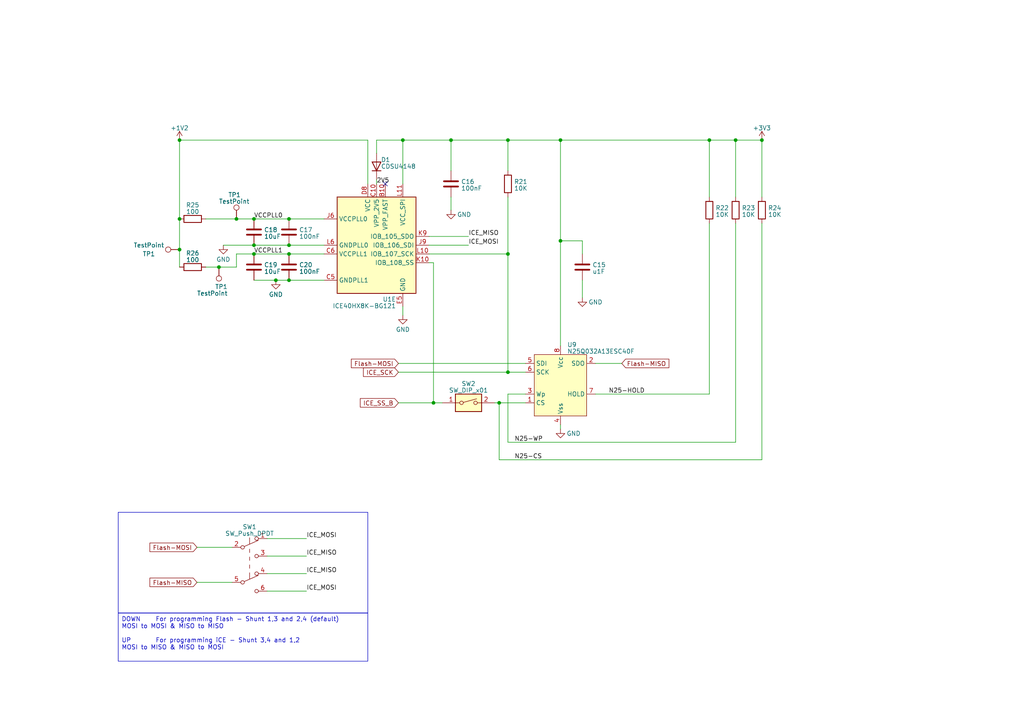
<source format=kicad_sch>
(kicad_sch (version 20230121) (generator eeschema)
  (paper "A4")
  (title_block (date "2023-04-22") (rev "V0.1"))
  (lib_symbols
    (symbol "Connector:TestPoint" (pin_numbers hide) (pin_names (offset 0.762) hide)
      (property "Reference" "TP" (at 0 6.858 0))
      (property "Value" "TestPoint" (at 0 5.08 0))
      (symbol "TestPoint_0_1"
        (circle (center 0 3.302) (radius 0.762))
      )
      (symbol "TestPoint_1_1"
        (pin passive line (at 0 0 90) (length 2.54) (name "1") (number "1"))
      )
    )
    (symbol "Device:C" (pin_numbers hide) (pin_names (offset 0.254))
      (property "Reference" "C" (at 0.635 2.54 0))
      (property "Value" "C" (at 0.635 -2.54 0))
      (symbol "C_0_1"
        (polyline (pts (xy -2.032 -0.762) (xy 2.032 -0.762)) (stroke (width 0.508)))
        (polyline (pts (xy -2.032 0.762) (xy 2.032 0.762)) (stroke (width 0.508)))
      )
      (symbol "C_1_1"
        (pin passive line (at 0 3.81 270) (length 2.794) (name "~") (number "1"))
        (pin passive line (at 0 -3.81 90) (length 2.794) (name "~") (number "2"))
      )
    )
    (symbol "Device:R" (pin_numbers hide) (pin_names (offset 0))
      (property "Reference" "R" (at 2.032 0 90))
      (property "Value" "R" (at 0 0 90))
      (symbol "R_0_1"
        (rectangle (start -1.016 -2.54) (end 1.016 2.54) (stroke (width 0.254)))
      )
      (symbol "R_1_1"
        (pin passive line (at 0 3.81 270) (length 1.27) (name "~") (number "1"))
        (pin passive line (at 0 -3.81 90) (length 1.27) (name "~") (number "2"))
      )
    )
    (symbol "Diode:CD4148W" (pin_numbers hide) (pin_names hide)
      (property "Reference" "D" (at 0 2.54 0))
      (property "Value" "CD4148W" (at 0 -2.54 0))
      (symbol "CD4148W_0_1"
        (polyline (pts (xy -1.27 1.27) (xy -1.27 -1.27)) (stroke (width 0.254)))
        (polyline (pts (xy 1.27 0) (xy -1.27 0)))
        (polyline (pts (xy 1.27 1.27) (xy 1.27 -1.27) (xy -1.27 0) (xy 1.27 1.27)) (stroke (width 0.254)))
      )
      (symbol "CD4148W_1_1"
        (pin passive line (at -3.81 0 0) (length 2.54) (name "K") (number "1"))
        (pin passive line (at 3.81 0 180) (length 2.54) (name "A") (number "2"))
      )
    )
    (symbol "FPGA_Lattice:ICE40HX8K-BG121"
      (property "Reference" "U" (at 2.54 44.45 0))
      (property "Value" "ICE40HX8K-BG121" (at 10.16 41.91 0))
      (symbol "ICE40HX8K-BG121_1_1"
        (rectangle (start -8.89 31.75) (end 8.89 -38.1) (stroke (width 0.254)) (fill (type background)))
        (pin bidirectional line (at -12.7 -35.56 0) (length 3.81) (name "IOT_225") (number "A1"))
        (pin bidirectional line (at -12.7 17.78 0) (length 3.81) (name "IOT_170") (number "A10"))
        (pin bidirectional line (at -12.7 20.32 0) (length 3.81) (name "IOT_168") (number "A11"))
        (pin bidirectional line (at -12.7 -30.48 0) (length 3.81) (name "IOT_222") (number "A2"))
        (pin bidirectional line (at -12.7 -33.02 0) (length 3.81) (name "IOT_223") (number "A3"))
        (pin bidirectional line (at -12.7 -20.32 0) (length 3.81) (name "IOT_211") (number "A4"))
        (pin bidirectional line (at -12.7 -15.24 0) (length 3.81) (name "IOT_207") (number "A5"))
        (pin bidirectional line (at -12.7 -12.7 0) (length 3.81) (name "IOT_206") (number "A6"))
        (pin bidirectional line (at -12.7 -5.08 0) (length 3.81) (name "IOT_192") (number "A7"))
        (pin bidirectional line (at -12.7 0 0) (length 3.81) (name "IOT_190") (number "A8"))
        (pin bidirectional line (at -12.7 7.62 0) (length 3.81) (name "IOT_178") (number "A9"))
        (pin bidirectional line (at -12.7 -27.94 0) (length 3.81) (name "IOT_221") (number "B3"))
        (pin bidirectional line (at -12.7 -25.4 0) (length 3.81) (name "IOT_219") (number "B4"))
        (pin bidirectional line (at -12.7 -17.78 0) (length 3.81) (name "IOT_208") (number "B5"))
        (pin bidirectional line (at -12.7 -10.16 0) (length 3.81) (name "IOT_198_GBIN0") (number "B6"))
        (pin bidirectional line (at -12.7 -7.62 0) (length 3.81) (name "IOT_197_GBIN1") (number "B7"))
        (pin bidirectional line (at -12.7 10.16 0) (length 3.81) (name "IOT_177") (number "B8"))
        (pin bidirectional line (at -12.7 12.7 0) (length 3.81) (name "IOT_174") (number "B9"))
        (pin bidirectional line (at -12.7 -2.54 0) (length 3.81) (name "IOT_191") (number "C7"))
        (pin bidirectional line (at -12.7 5.08 0) (length 3.81) (name "IOT_179") (number "C8"))
        (pin bidirectional line (at -12.7 15.24 0) (length 3.81) (name "IOT_172") (number "C9"))
        (pin bidirectional line (at -12.7 -22.86 0) (length 3.81) (name "IOT_212") (number "D5"))
        (pin power_in line (at 0 35.56 270) (length 3.81) (name "VCCIO_0") (number "D6"))
        (pin bidirectional line (at -12.7 2.54 0) (length 3.81) (name "IOT_181") (number "D7"))
      )
      (symbol "ICE40HX8K-BG121_2_1"
        (rectangle (start -8.89 31.75) (end 8.89 -33.02) (stroke (width 0.254)) (fill (type background)))
        (pin bidirectional line (at -12.7 -30.48 0) (length 3.81) (name "IOR_161") (number "B11"))
        (pin bidirectional line (at -12.7 -27.94 0) (length 3.81) (name "IOR_160") (number "C11"))
        (pin bidirectional line (at -12.7 -25.4 0) (length 3.81) (name "IOR_154") (number "D10"))
        (pin bidirectional line (at -12.7 -22.86 0) (length 3.81) (name "IOR_152") (number "D11"))
        (pin bidirectional line (at -12.7 -17.78 0) (length 3.81) (name "IOR_147") (number "D9"))
        (pin bidirectional line (at -12.7 -10.16 0) (length 3.81) (name "IOR_141_GBIN2") (number "E10"))
        (pin bidirectional line (at -12.7 -20.32 0) (length 3.81) (name "IOR_148") (number "E11"))
        (pin bidirectional line (at -12.7 -15.24 0) (length 3.81) (name "IOR_146") (number "E8"))
        (pin bidirectional line (at -12.7 -12.7 0) (length 3.81) (name "IOR_144") (number "E9"))
        (pin bidirectional line (at -12.7 -2.54 0) (length 3.81) (name "IOR_136") (number "F10"))
        (pin bidirectional line (at -12.7 -7.62 0) (length 3.81) (name "IOR_140_GBIN3") (number "F11"))
        (pin power_in line (at 0 35.56 270) (length 3.81) (name "VCCIO_1") (number "F8"))
        (pin bidirectional line (at -12.7 -5.08 0) (length 3.81) (name "IOR_137") (number "F9"))
        (pin bidirectional line (at -12.7 5.08 0) (length 3.81) (name "IOR_120") (number "G10"))
        (pin bidirectional line (at -12.7 0 0) (length 3.81) (name "IOR_129") (number "G11"))
        (pin bidirectional line (at -12.7 10.16 0) (length 3.81) (name "IOR_118") (number "G8"))
        (pin bidirectional line (at -12.7 2.54 0) (length 3.81) (name "IOR_128") (number "G9"))
        (pin bidirectional line (at -12.7 15.24 0) (length 3.81) (name "IOR_116") (number "H10"))
        (pin bidirectional line (at -12.7 7.62 0) (length 3.81) (name "IOR_119") (number "H11"))
        (pin bidirectional line (at -12.7 12.7 0) (length 3.81) (name "IOR_117") (number "J10"))
        (pin bidirectional line (at -12.7 20.32 0) (length 3.81) (name "IOR_114") (number "J11"))
        (pin bidirectional line (at -12.7 17.78 0) (length 3.81) (name "IOR_115") (number "K11"))
      )
      (symbol "ICE40HX8K-BG121_3_1"
        (rectangle (start -11.43 29.21) (end 11.43 -31.75) (stroke (width 0.254)) (fill (type background)))
        (pin power_in line (at 0 33.02 270) (length 3.81) (name "VCCIO_2") (number "H6"))
        (pin bidirectional line (at -15.24 -15.24 0) (length 3.81) (name "IOB_87") (number "H7"))
        (pin bidirectional line (at -15.24 -27.94 0) (length 3.81) (name "IOB_104_CBSEL1") (number "H9"))
        (pin bidirectional line (at -15.24 15.24 0) (length 3.81) (name "IOB_57") (number "J3"))
        (pin bidirectional line (at -15.24 7.62 0) (length 3.81) (name "IOB_64") (number "J4"))
        (pin bidirectional line (at -15.24 -2.54 0) (length 3.81) (name "IOB_78") (number "J5"))
        (pin bidirectional line (at -15.24 -12.7 0) (length 3.81) (name "IOB_86") (number "J7"))
        (pin bidirectional line (at -15.24 -20.32 0) (length 3.81) (name "IOB_91") (number "J8"))
        (pin bidirectional line (at -15.24 10.16 0) (length 3.81) (name "IOB_63") (number "K3"))
        (pin bidirectional line (at -15.24 0 0) (length 3.81) (name "IOB_73") (number "K4"))
        (pin bidirectional line (at -15.24 -5.08 0) (length 3.81) (name "IOB_79") (number "K5"))
        (pin bidirectional line (at -15.24 -10.16 0) (length 3.81) (name "IOB_82_GBIN4") (number "K6"))
        (pin bidirectional line (at -15.24 -17.78 0) (length 3.81) (name "IOB_89") (number "K7"))
        (pin open_collector line (at 15.24 25.4 180) (length 3.81) (name "CDONE") (number "K8"))
        (pin bidirectional line (at -15.24 17.78 0) (length 3.81) (name "IOB_56") (number "L1"))
        (pin bidirectional line (at -15.24 12.7 0) (length 3.81) (name "IOB_61") (number "L2"))
        (pin bidirectional line (at -15.24 5.08 0) (length 3.81) (name "IOB_71") (number "L3"))
        (pin bidirectional line (at -15.24 2.54 0) (length 3.81) (name "IOB_72") (number "L4"))
        (pin bidirectional line (at -15.24 -7.62 0) (length 3.81) (name "IOB_81_GBIN5") (number "L5"))
        (pin bidirectional line (at -15.24 -22.86 0) (length 3.81) (name "IOB_94") (number "L7"))
        (pin bidirectional line (at -15.24 -25.4 0) (length 3.81) (name "IOB_103_CBSEL0") (number "L8"))
        (pin input line (at -15.24 25.4 0) (length 3.81) (name "~{CRESET}") (number "L9"))
      )
      (symbol "ICE40HX8K-BG121_4_1"
        (rectangle (start -8.89 39.37) (end 8.89 -39.37) (stroke (width 0.254)) (fill (type background)))
        (pin bidirectional line (at -12.7 27.94 0) (length 3.81) (name "IOL_2A") (number "B1"))
        (pin bidirectional line (at -12.7 25.4 0) (length 3.81) (name "IOL_2B") (number "B2"))
        (pin bidirectional line (at -12.7 15.24 0) (length 3.81) (name "IOL_5B") (number "C1"))
        (pin bidirectional line (at -12.7 17.78 0) (length 3.81) (name "IOL_5A") (number "C2"))
        (pin bidirectional line (at -12.7 20.32 0) (length 3.81) (name "IOL_4B") (number "C3"))
        (pin bidirectional line (at -12.7 22.86 0) (length 3.81) (name "IOL_4A") (number "C4"))
        (pin bidirectional line (at -12.7 10.16 0) (length 3.81) (name "IOL_8B") (number "D1"))
        (pin bidirectional line (at -12.7 7.62 0) (length 3.81) (name "IOL_9A") (number "D2"))
        (pin bidirectional line (at -12.7 5.08 0) (length 3.81) (name "IOL_9B") (number "D3"))
        (pin bidirectional line (at -12.7 12.7 0) (length 3.81) (name "IOL_8A") (number "E1"))
        (pin bidirectional line (at -12.7 2.54 0) (length 3.81) (name "IOL_10A") (number "E2"))
        (pin bidirectional line (at -12.7 0 0) (length 3.81) (name "IOL_10B") (number "E3"))
        (pin power_in line (at 0 43.18 270) (length 3.81) (name "VCCIO_3") (number "E4"))
        (pin bidirectional line (at -12.7 -2.54 0) (length 3.81) (name "IOL_12A") (number "F1"))
        (pin bidirectional line (at -12.7 -5.08 0) (length 3.81) (name "IOL_12B") (number "F2"))
        (pin bidirectional line (at -12.7 -10.16 0) (length 3.81) (name "IOL_13B_GBIN7") (number "F3"))
        (pin bidirectional line (at -12.7 -7.62 0) (length 3.81) (name "IOL_13A") (number "F4"))
        (pin bidirectional line (at -12.7 -12.7 0) (length 3.81) (name "IOL_14A_GBIN6") (number "G1"))
        (pin bidirectional line (at -12.7 -15.24 0) (length 3.81) (name "IOL_14B") (number "G2"))
        (pin bidirectional line (at -12.7 -17.78 0) (length 3.81) (name "IOL_17A") (number "G3"))
        (pin passive line (at 0 43.18 270) (length 3.81) hide (name "VCCIO_3") (number "G4"))
        (pin bidirectional line (at -12.7 -22.86 0) (length 3.81) (name "IOL_18A") (number "H1"))
        (pin bidirectional line (at -12.7 -25.4 0) (length 3.81) (name "IOL_18B") (number "H2"))
        (pin bidirectional line (at -12.7 -20.32 0) (length 3.81) (name "IOL_17B") (number "H3"))
        (pin bidirectional line (at -12.7 -27.94 0) (length 3.81) (name "IOL_23A") (number "J1"))
        (pin bidirectional line (at -12.7 -35.56 0) (length 3.81) (name "IOL_25B") (number "J2"))
        (pin bidirectional line (at -12.7 -30.48 0) (length 3.81) (name "IOL_23B") (number "K1"))
        (pin bidirectional line (at -12.7 -33.02 0) (length 3.81) (name "IOL_25A") (number "K2"))
      )
      (symbol "ICE40HX8K-BG121_5_1"
        (rectangle (start -11.43 13.97) (end 11.43 -13.97) (stroke (width 0.254)) (fill (type background)))
        (pin power_in line (at -2.54 17.78 270) (length 3.81) (name "VPP_FAST") (number "B10"))
        (pin power_in line (at 0 17.78 270) (length 3.81) (name "VPP_2V5") (number "C10"))
        (pin power_in line (at 15.24 -10.16 180) (length 3.81) (name "GNDPLL1") (number "C5"))
        (pin power_in line (at 15.24 -2.54 180) (length 3.81) (name "VCCPLL1") (number "C6"))
        (pin passive line (at 2.54 17.78 270) (length 3.81) hide (name "VCC") (number "D4"))
        (pin power_in line (at 2.54 17.78 270) (length 3.81) (name "VCC") (number "D8"))
        (pin power_in line (at -7.62 -17.78 90) (length 3.81) (name "GND") (number "E5"))
        (pin passive line (at -7.62 -17.78 90) (length 3.81) hide (name "GND") (number "E6"))
        (pin passive line (at -7.62 -17.78 90) (length 3.81) hide (name "GND") (number "E7"))
        (pin passive line (at -7.62 -17.78 90) (length 3.81) hide (name "GND") (number "F5"))
        (pin passive line (at -7.62 -17.78 90) (length 3.81) hide (name "GND") (number "F6"))
        (pin passive line (at -7.62 -17.78 90) (length 3.81) hide (name "GND") (number "F7"))
        (pin passive line (at -7.62 -17.78 90) (length 3.81) hide (name "GND") (number "G5"))
        (pin passive line (at -7.62 -17.78 90) (length 3.81) hide (name "GND") (number "G6"))
        (pin passive line (at -7.62 -17.78 90) (length 3.81) hide (name "GND") (number "G7"))
        (pin passive line (at 2.54 17.78 270) (length 3.81) hide (name "VCC") (number "H4"))
        (pin passive line (at -7.62 -17.78 90) (length 3.81) hide (name "GND") (number "H5"))
        (pin passive line (at 2.54 17.78 270) (length 3.81) hide (name "VCC") (number "H8"))
        (pin power_in line (at 15.24 7.62 180) (length 3.81) (name "VCCPLL0") (number "J6"))
        (pin bidirectional line (at -15.24 0 0) (length 3.81) (name "IOB_106_SDI") (number "J9"))
        (pin bidirectional line (at -15.24 -5.08 0) (length 3.81) (name "IOB_108_SS") (number "K10"))
        (pin bidirectional line (at -15.24 2.54 0) (length 3.81) (name "IOB_105_SDO") (number "K9"))
        (pin bidirectional line (at -15.24 -2.54 0) (length 3.81) (name "IOB_107_SCK") (number "L10"))
        (pin power_in line (at -7.62 17.78 270) (length 3.81) (name "VCC_SPI") (number "L11"))
        (pin power_in line (at 15.24 0 180) (length 3.81) (name "GNDPLL0") (number "L6"))
      )
    )
    (symbol "N25Q032A13ESC40F_1"
      (property "Reference" "U" (at 6.35 -16.51 0))
      (property "Value" "N25Q032A13ESC40F" (at 15.24 -18.415 0))
      (symbol "N25Q032A13ESC40F_1_0_0"
        (pin passive line (at 0 -17.78 90) (length 2.54) (name "Vss") (number "4"))
        (pin power_in line (at 0 5.08 270) (length 2.54) (name "Vcc") (number "8"))
      )
      (symbol "N25Q032A13ESC40F_1_1_0"
        (pin input line (at -10.16 -11.43 0) (length 2.54) (name "CS") (number "1"))
        (pin passive line (at 10.16 0 180) (length 2.54) (name "SDO") (number "2"))
        (pin passive line (at -10.16 -8.89 0) (length 2.54) (name "Wp") (number "3"))
        (pin passive line (at -10.16 0 0) (length 2.54) (name "SDI") (number "5"))
        (pin input line (at -10.16 -2.54 0) (length 2.54) (name "SCK") (number "6"))
        (pin passive line (at 10.16 -8.89 180) (length 2.54) (name "HOLD") (number "7"))
      )
      (symbol "N25Q032A13ESC40F_1_1_1"
        (rectangle (start -7.62 2.54) (end 7.62 -15.24) (fill (type background)))
      )
    )
    (symbol "Switch:SW_DIP_x01" (pin_names (offset 0) hide)
      (property "Reference" "SW" (at 0 3.81 0))
      (property "Value" "SW_DIP_x01" (at 0 -3.81 0))
      (symbol "SW_DIP_x01_0_0"
        (circle (center -2.032 0) (radius 0.508))
        (polyline (pts (xy -1.524 0.127) (xy 2.3622 1.1684)))
        (circle (center 2.032 0) (radius 0.508))
      )
      (symbol "SW_DIP_x01_0_1"
        (rectangle (start -3.81 2.54) (end 3.81 -2.54) (stroke (width 0.254)) (fill (type background)))
      )
      (symbol "SW_DIP_x01_1_1"
        (pin passive line (at -7.62 0 0) (length 5.08) (name "~") (number "1"))
        (pin passive line (at 7.62 0 180) (length 5.08) (name "~") (number "2"))
      )
    )
    (symbol "Switch:SW_Push_DPDT" (pin_names (offset 0) hide)
      (property "Reference" "SW" (at 0 8.89 0))
      (property "Value" "SW_Push_DPDT" (at 0 -10.16 0))
      (symbol "SW_Push_DPDT_0_0"
        (circle (center -2.032 -5.08) (radius 0.508))
        (circle (center -2.032 5.08) (radius 0.508))
        (circle (center 2.032 -7.62) (radius 0.508))
        (circle (center 2.032 2.54) (radius 0.508))
      )
      (symbol "SW_Push_DPDT_0_1"
        (polyline (pts (xy -1.524 -4.826) (xy 2.54 -3.048)))
        (polyline (pts (xy -1.524 5.334) (xy 2.54 7.112)))
        (polyline (pts (xy 0 -2.286) (xy 0 -4.064)))
        (polyline (pts (xy 0 -1.016) (xy 0 0)))
        (polyline (pts (xy 0 1.27) (xy 0 2.286)))
        (polyline (pts (xy 0 3.556) (xy 0 4.572)))
        (polyline (pts (xy 0 7.874) (xy 0 6.096)))
        (circle (center 2.032 -2.54) (radius 0.508))
        (circle (center 2.032 7.62) (radius 0.508))
      )
      (symbol "SW_Push_DPDT_1_1"
        (pin passive line (at 5.08 7.62 180) (length 2.54) (name "A") (number "1"))
        (pin passive line (at -5.08 5.08 0) (length 2.54) (name "B") (number "2"))
        (pin passive line (at 5.08 2.54 180) (length 2.54) (name "C") (number "3"))
        (pin passive line (at 5.08 -2.54 180) (length 2.54) (name "A") (number "4"))
        (pin passive line (at -5.08 -5.08 0) (length 2.54) (name "B") (number "5"))
        (pin passive line (at 5.08 -7.62 180) (length 2.54) (name "C") (number "6"))
      )
    )
    (symbol "power:+1V2" (power) (pin_names (offset 0))
      (property "Value" "+1V2" (at 0 3.556 0))
      (symbol "+1V2_0_1"
        (polyline (pts (xy -0.762 1.27) (xy 0 2.54)))
        (polyline (pts (xy 0 0) (xy 0 2.54)))
        (polyline (pts (xy 0 2.54) (xy 0.762 1.27)))
      )
      (symbol "+1V2_1_1"
        (pin power_in line (at 0 0 90) (length 0) hide (name "+1V2") (number "1"))
      )
    )
    (symbol "power:+3V3" (power) (pin_names (offset 0))
      (property "Value" "+3V3" (at 0 3.556 0))
      (symbol "+3V3_0_1"
        (polyline (pts (xy -0.762 1.27) (xy 0 2.54)))
        (polyline (pts (xy 0 0) (xy 0 2.54)))
        (polyline (pts (xy 0 2.54) (xy 0.762 1.27)))
      )
      (symbol "+3V3_1_1"
        (pin power_in line (at 0 0 90) (length 0) hide (name "+3V3") (number "1"))
      )
    )
    (symbol "power:GND" (power) (pin_names (offset 0))
      (property "Value" "GND" (at 0 -3.81 0))
      (symbol "GND_0_1"
        (polyline (pts (xy 0 0) (xy 0 -1.27) (xy 1.27 -1.27) (xy 0 -2.54) (xy -1.27 -1.27) (xy 0 -1.27)))
      )
      (symbol "GND_1_1"
        (pin power_in line (at 0 0 270) (length 0) hide (name "GND") (number "1"))
      )
    )
  )
  (junction (at 125.73 116.84))
  (junction (at 130.81 40.64))
  (junction (at 147.32 73.66))
  (junction (at 68.58 63.5))
  (junction (at 83.82 81.28))
  (junction (at 220.98 40.64))
  (junction (at 63.5 77.47))
  (junction (at 52.07 72.39))
  (junction (at 83.82 71.12))
  (junction (at 73.66 71.12))
  (junction (at 80.01 81.28))
  (junction (at 147.32 40.64))
  (junction (at 147.32 107.95))
  (junction (at 73.66 73.66))
  (junction (at 52.07 63.5))
  (junction (at 73.66 63.5))
  (junction (at 205.74 40.64))
  (junction (at 83.82 63.5))
  (junction (at 162.56 40.64))
  (junction (at 162.56 69.85))
  (junction (at 213.36 40.64))
  (junction (at 144.78 116.84))
  (junction (at 83.82 73.66))
  (junction (at 52.07 40.64))
  (junction (at 116.84 40.64))
  (no_connect (at 111.76 53.34))
  (wire (pts (xy 205.74 114.3) (xy 172.72 114.3)))
  (wire (pts (xy 205.74 40.64) (xy 213.36 40.64)))
  (wire (pts (xy 220.98 40.64) (xy 220.98 57.15)))
  (wire (pts (xy 125.73 116.84) (xy 115.57 116.84)))
  (wire (pts (xy 213.36 40.64) (xy 213.36 57.15)))
  (wire (pts (xy 83.82 81.28) (xy 93.98 81.28)))
  (wire (pts (xy 205.74 40.64) (xy 205.74 57.15)))
  (wire (pts (xy 130.81 57.15) (xy 130.81 60.96)))
  (wire (pts (xy 77.47 161.29) (xy 88.9 161.29)))
  (wire (pts (xy 109.22 44.45) (xy 109.22 40.64)))
  (wire (pts (xy 162.56 40.64) (xy 205.74 40.64)))
  (wire (pts (xy 77.47 156.21) (xy 88.9 156.21)))
  (wire (pts (xy 168.91 81.28) (xy 168.91 86.36)))
  (wire (pts (xy 124.46 76.2) (xy 125.73 76.2)))
  (wire (pts (xy 68.58 73.66) (xy 73.66 73.66)))
  (wire (pts (xy 57.15 158.75) (xy 67.31 158.75)))
  (wire (pts (xy 83.82 63.5) (xy 93.98 63.5)))
  (wire (pts (xy 213.36 40.64) (xy 220.98 40.64)))
  (wire (pts (xy 124.46 73.66) (xy 147.32 73.66)))
  (wire (pts (xy 144.78 116.84) (xy 152.4 116.84)))
  (wire (pts (xy 57.15 168.91) (xy 67.31 168.91)))
  (wire (pts (xy 168.91 73.66) (xy 168.91 69.85)))
  (wire (pts (xy 205.74 64.77) (xy 205.74 114.3)))
  (wire (pts (xy 52.07 72.39) (xy 52.07 77.47)))
  (wire (pts (xy 115.57 107.95) (xy 147.32 107.95)))
  (wire (pts (xy 125.73 76.2) (xy 125.73 116.84)))
  (wire (pts (xy 162.56 69.85) (xy 162.56 100.33)))
  (wire (pts (xy 80.01 81.28) (xy 83.82 81.28)))
  (wire (pts (xy 144.78 133.35) (xy 220.98 133.35)))
  (wire (pts (xy 147.32 128.27) (xy 147.32 114.3)))
  (wire (pts (xy 73.66 71.12) (xy 64.77 71.12)))
  (wire (pts (xy 83.82 71.12) (xy 93.98 71.12)))
  (wire (pts (xy 130.81 40.64) (xy 147.32 40.64)))
  (wire (pts (xy 147.32 107.95) (xy 152.4 107.95)))
  (wire (pts (xy 168.91 69.85) (xy 162.56 69.85)))
  (wire (pts (xy 73.66 71.12) (xy 83.82 71.12)))
  (wire (pts (xy 147.32 114.3) (xy 152.4 114.3)))
  (wire (pts (xy 162.56 123.19) (xy 162.56 124.46)))
  (wire (pts (xy 109.22 52.07) (xy 109.22 53.34)))
  (wire (pts (xy 73.66 63.5) (xy 83.82 63.5)))
  (wire (pts (xy 162.56 40.64) (xy 162.56 69.85)))
  (wire (pts (xy 128.27 116.84) (xy 125.73 116.84)))
  (wire (pts (xy 63.5 77.47) (xy 68.58 77.47)))
  (wire (pts (xy 124.46 71.12) (xy 135.89 71.12)))
  (wire (pts (xy 124.46 68.58) (xy 135.89 68.58)))
  (wire (pts (xy 116.84 40.64) (xy 116.84 53.34)))
  (wire (pts (xy 73.66 81.28) (xy 80.01 81.28)))
  (wire (pts (xy 77.47 171.45) (xy 88.9 171.45)))
  (wire (pts (xy 109.22 40.64) (xy 116.84 40.64)))
  (wire (pts (xy 77.47 166.37) (xy 88.9 166.37)))
  (wire (pts (xy 52.07 40.64) (xy 52.07 63.5)))
  (wire (pts (xy 172.72 105.41) (xy 180.34 105.41)))
  (wire (pts (xy 73.66 73.66) (xy 83.82 73.66)))
  (wire (pts (xy 144.78 116.84) (xy 144.78 133.35)))
  (wire (pts (xy 68.58 63.5) (xy 73.66 63.5)))
  (wire (pts (xy 143.51 116.84) (xy 144.78 116.84)))
  (wire (pts (xy 147.32 40.64) (xy 162.56 40.64)))
  (wire (pts (xy 213.36 64.77) (xy 213.36 128.27)))
  (wire (pts (xy 115.57 105.41) (xy 152.4 105.41)))
  (wire (pts (xy 68.58 77.47) (xy 68.58 73.66)))
  (wire (pts (xy 130.81 40.64) (xy 130.81 49.53)))
  (wire (pts (xy 147.32 40.64) (xy 147.32 49.53)))
  (wire (pts (xy 83.82 73.66) (xy 93.98 73.66)))
  (wire (pts (xy 213.36 128.27) (xy 147.32 128.27)))
  (wire (pts (xy 220.98 64.77) (xy 220.98 133.35)))
  (wire (pts (xy 147.32 57.15) (xy 147.32 73.66)))
  (wire (pts (xy 147.32 73.66) (xy 147.32 107.95)))
  (wire (pts (xy 52.07 63.5) (xy 52.07 72.39)))
  (wire (pts (xy 116.84 88.9) (xy 116.84 91.44)))
  (wire (pts (xy 106.68 40.64) (xy 106.68 53.34)))
  (wire (pts (xy 59.69 77.47) (xy 63.5 77.47)))
  (wire (pts (xy 116.84 40.64) (xy 130.81 40.64)))
  (wire (pts (xy 52.07 40.64) (xy 106.68 40.64)))
  (wire (pts (xy 59.69 63.5) (xy 68.58 63.5)))
  (rectangle (start 34.29 148.59) (end 106.68 177.8))
  (text_box "DOWN	For programming Flash - Shunt 1,3 and 2,4 (default)\nMOSI to MOSI & MISO to MISO\n\nUP		For programming iCE - Shunt 3,4 and 1,2\nMOSI to MISO & MISO to MOSI" (at 34.29 177.8 0) (size 72.39 13.97) (effects (font (size 1.27 1.27)) (justify left top)))
  (label "ICE_MISO" (at 88.9 166.37 0))
  (label "ICE_MOSI" (at 135.89 71.12 0))
  (label "ICE_MISO" (at 135.89 68.58 0))
  (label "ICE_MOSI" (at 88.9 171.45 0))
  (label "ICE_MISO" (at 88.9 161.29 0))
  (label "N25-CS" (at 149.225 133.35 0))
  (label "VCCPLL1" (at 73.66 73.66 0))
  (label "2V5" (at 109.22 53.34 0))
  (label "N25-WP" (at 149.225 128.27 0))
  (label "N25-HOLD" (at 176.53 114.3 0))
  (label "ICE_MOSI" (at 88.9 156.21 0))
  (label "VCCPLL0" (at 73.66 63.5 0))
  (global_label "ICE_SS_B" (shape input) (at 115.57 116.84 180) (property "Intersheetrefs" "${INTERSHEET_REFS}" (effects hide)))
  (global_label "Flash-MOSI" (shape input) (at 115.57 105.41 180) (property "Intersheetrefs" "${INTERSHEET_REFS}" (effects hide)))
  (global_label "ICE_SCK" (shape input) (at 115.57 107.95 180) (property "Intersheetrefs" "${INTERSHEET_REFS}" (effects hide)))
  (global_label "Flash-MOSI" (shape input) (at 57.15 158.75 180) (property "Intersheetrefs" "${INTERSHEET_REFS}" (effects hide)))
  (global_label "Flash-MISO" (shape input) (at 57.15 168.91 180) (property "Intersheetrefs" "${INTERSHEET_REFS}" (effects hide)))
  (global_label "Flash-MISO" (shape input) (at 180.34 105.41 0) (property "Intersheetrefs" "${INTERSHEET_REFS}" (effects hide)))
  (symbol (lib_id "power:GND") (at 80.01 81.28 0) (unit 1)
    (property "Reference" "#PWR025" (effects hide))
    (property "Value" "GND" (at 80.01 85.4155 0))
    (instances (project "UFO-FPGA" (path "" (reference "#PWR025") (unit 1)) (path "" (reference "#PWR039") (unit 1))))
  )
  (symbol (lib_id "Device:C") (at 168.91 77.47 0) (unit 1)
    (property "Reference" "C15" (at 171.831 76.8263 0) (effects (justify left)))
    (property "Value" "u1F" (at 171.831 78.7473 0) (effects (justify left)))
    (instances (project "UFO-FPGA" (path "" (reference "C15") (unit 1)) (path "" (reference "C42") (unit 1))))
  )
  (symbol (lib_name "N25Q032A13ESC40F_1") (lib_id "UFO_PARTS:N25Q032A13ESC40F") (at 162.56 105.41 0) (unit 1)
    (property "Reference" "U9" (at 164.5159 99.9871 0) (effects (justify left)))
    (property "Value" "N25Q032A13ESC40F" (at 164.5159 101.9081 0) (effects (justify left)))
  )
  (symbol (lib_id "Device:C") (at 83.82 67.31 0) (unit 1)
    (property "Reference" "C17" (at 86.741 66.6663 0) (effects (justify left)))
    (property "Value" "100nF" (at 86.741 68.5873 0) (effects (justify left)))
    (instances (project "UFO-FPGA" (path "" (reference "C17") (unit 1)) (path "" (reference "C39") (unit 1))))
  )
  (symbol (lib_id "FPGA_Lattice:ICE40HX8K-BG121") (at 109.22 71.12 0) (mirror y) (unit 5)
    (property "Reference" "U1" (at 114.8841 86.8125 0) (effects (justify left)))
    (property "Value" "ICE40HX8K-BG121" (at 114.8841 88.7335 0) (effects (justify left)))
    (property "Footprint" "Package_BGA:BGA-121_9.0x9.0mm_Layout11x11_P0.8mm_Ball0.4mm_Pad0.35mm_NSMD" (effects hide))
    (property "Datasheet" "http://www.latticesemi.com/Products/FPGAandCPLD/iCE40" (effects hide))
    (instances (project "UFO-FPGA" (path "" (reference "U1") (unit 5)) (path "" (reference "U1") (unit 5)) (path "" (reference "U6") (unit 5))))
  )
  (symbol (lib_id "Device:C") (at 83.82 77.47 0) (unit 1)
    (property "Reference" "C20" (at 86.741 76.8263 0) (effects (justify left)))
    (property "Value" "100nF" (at 86.741 78.7473 0) (effects (justify left)))
    (instances (project "UFO-FPGA" (path "" (reference "C20") (unit 1)) (path "" (reference "C40") (unit 1))))
  )
  (symbol (lib_id "power:GND") (at 116.84 91.44 0) (unit 1)
    (property "Reference" "#PWR023" (effects hide))
    (property "Value" "GND" (at 116.84 95.5755 0))
    (instances (project "UFO-FPGA" (path "" (reference "#PWR023") (unit 1)) (path "" (reference "#PWR040") (unit 1))))
  )
  (symbol (lib_id "Switch:SW_DIP_x01") (at 135.89 116.84 0) (unit 1)
    (property "Reference" "SW2" (at 135.89 111.2901 0))
    (property "Value" "SW_DIP_x01" (at 135.89 113.2111 0))
    (instances (project "UFO-FPGA" (path "" (reference "SW2") (unit 1)) (path "" (reference "SW4") (unit 1))))
  )
  (symbol (lib_id "Device:C") (at 130.81 53.34 0) (unit 1)
    (property "Reference" "C16" (at 133.731 52.6963 0) (effects (justify left)))
    (property "Value" "100nF" (at 133.731 54.6173 0) (effects (justify left)))
    (instances (project "UFO-FPGA" (path "" (reference "C16") (unit 1)) (path "" (reference "C41") (unit 1))))
  )
  (symbol (lib_id "Device:R") (at 213.36 60.96 0) (unit 1)
    (property "Reference" "R23" (at 215.138 60.3163 0) (effects (justify left)))
    (property "Value" "10K" (at 215.138 62.2373 0) (effects (justify left)))
    (instances (project "UFO-FPGA" (path "" (reference "R23") (unit 1)) (path "" (reference "R39") (unit 1))))
  )
  (symbol (lib_id "Connector:TestPoint") (at 68.58 63.5 0) (mirror y) (unit 1)
    (property "Reference" "TP1" (at 69.85 56.515 0) (effects (justify left)))
    (property "Value" "TestPoint" (at 72.39 58.42 0) (effects (justify left)))
    (instances (project "UFO-FPGA" (path "" (reference "TP1") (unit 1)) (path "" (reference "TP5") (unit 1)) (path "" (reference "TP14") (unit 1))))
  )
  (symbol (lib_id "Connector:TestPoint") (at 52.07 72.39 90) (mirror x) (unit 1)
    (property "Reference" "TP1" (at 43.18 73.66 90))
    (property "Value" "TestPoint" (at 43.18 71.12 90))
    (instances (project "UFO-FPGA" (path "" (reference "TP1") (unit 1)) (path "" (reference "TP4") (unit 1)) (path "" (reference "TP12") (unit 1))))
  )
  (symbol (lib_id "power:+1V2") (at 52.07 40.64 0) (unit 1)
    (property "Reference" "#PWR024" (effects hide))
    (property "Value" "+1V2" (at 52.07 37.1381 0))
    (instances (project "UFO-FPGA" (path "" (reference "#PWR024") (unit 1)) (path "" (reference "#PWR037") (unit 1))))
  )
  (symbol (lib_id "Device:R") (at 55.88 63.5 270) (mirror x) (unit 1)
    (property "Reference" "R25" (at 55.88 59.4741 90))
    (property "Value" "100" (at 55.88 61.3951 90))
    (instances (project "UFO-FPGA" (path "" (reference "R25") (unit 1)) (path "" (reference "R35") (unit 1))))
  )
  (symbol (lib_id "power:GND") (at 64.77 71.12 0) (unit 1)
    (property "Reference" "#PWR026" (effects hide))
    (property "Value" "GND" (at 64.77 75.2555 0))
    (instances (project "UFO-FPGA" (path "" (reference "#PWR026") (unit 1)) (path "" (reference "#PWR038") (unit 1))))
  )
  (symbol (lib_id "power:GND") (at 162.56 124.46 0) (unit 1)
    (property "Reference" "#PWR020" (effects hide))
    (property "Value" "GND" (at 166.37 125.73 0))
    (instances (project "UFO-FPGA" (path "" (reference "#PWR020") (unit 1)) (path "" (reference "#PWR042") (unit 1))))
  )
  (symbol (lib_id "Device:R") (at 220.98 60.96 0) (unit 1)
    (property "Reference" "R24" (at 222.758 60.3163 0) (effects (justify left)))
    (property "Value" "10K" (at 222.758 62.2373 0) (effects (justify left)))
    (instances (project "UFO-FPGA" (path "" (reference "R24") (unit 1)) (path "" (reference "R40") (unit 1))))
  )
  (symbol (lib_id "Device:C") (at 73.66 67.31 0) (unit 1)
    (property "Reference" "C18" (at 76.581 66.6663 0) (effects (justify left)))
    (property "Value" "10uF" (at 76.581 68.5873 0) (effects (justify left)))
    (instances (project "UFO-FPGA" (path "" (reference "C18") (unit 1)) (path "" (reference "C37") (unit 1))))
  )
  (symbol (lib_id "Device:R") (at 205.74 60.96 0) (unit 1)
    (property "Reference" "R22" (at 207.518 60.3163 0) (effects (justify left)))
    (property "Value" "10K" (at 207.518 62.2373 0) (effects (justify left)))
    (instances (project "UFO-FPGA" (path "" (reference "R22") (unit 1)) (path "" (reference "R38") (unit 1))))
  )
  (symbol (lib_id "Connector:TestPoint") (at 63.5 77.47 0) (mirror x) (unit 1)
    (property "Reference" "TP1" (at 66.04 83.169 0) (effects (justify right)))
    (property "Value" "TestPoint" (at 66.04 85.09 0) (effects (justify right)))
    (instances (project "UFO-FPGA" (path "" (reference "TP1") (unit 1)) (path "" (reference "TP6") (unit 1)) (path "" (reference "TP13") (unit 1))))
  )
  (symbol (lib_id "power:+3V3") (at 220.98 40.64 0) (unit 1)
    (property "Reference" "#PWR019" (effects hide))
    (property "Value" "+3V3" (at 220.98 37.1381 0))
    (instances (project "UFO-FPGA" (path "" (reference "#PWR019") (unit 1)) (path "" (reference "#PWR044") (unit 1))))
  )
  (symbol (lib_id "Device:R") (at 147.32 53.34 0) (unit 1)
    (property "Reference" "R21" (at 149.098 52.6963 0) (effects (justify left)))
    (property "Value" "10K" (at 149.098 54.6173 0) (effects (justify left)))
    (instances (project "UFO-FPGA" (path "" (reference "R21") (unit 1)) (path "" (reference "R37") (unit 1))))
  )
  (symbol (lib_id "power:GND") (at 130.81 60.96 0) (unit 1)
    (property "Reference" "#PWR022" (effects hide))
    (property "Value" "GND" (at 134.62 62.23 0))
    (instances (project "UFO-FPGA" (path "" (reference "#PWR022") (unit 1)) (path "" (reference "#PWR041") (unit 1))))
  )
  (symbol (lib_id "Switch:SW_Push_DPDT") (at 72.39 163.83 0) (unit 1)
    (property "Reference" "SW1" (at 72.39 152.8191 0))
    (property "Value" "SW_Push_DPDT" (at 72.39 154.7401 0))
    (instances (project "UFO-FPGA" (path "" (reference "SW1") (unit 1)) (path "" (reference "SW3") (unit 1))))
  )
  (symbol (lib_id "power:GND") (at 168.91 86.36 0) (unit 1)
    (property "Reference" "#PWR021" (effects hide))
    (property "Value" "GND" (at 172.72 87.63 0))
    (instances (project "UFO-FPGA" (path "" (reference "#PWR021") (unit 1)) (path "" (reference "#PWR043") (unit 1))))
  )
  (symbol (lib_id "Diode:CD4148W") (at 109.22 48.26 90) (unit 1)
    (property "Reference" "D1" (at 110.49 46.339 90) (effects (justify right)))
    (property "Value" "CDSU4148" (at 110.49 48.26 90) (effects (justify right)))
    (property "Footprint" "Diode_SMD:D_0805_2012Metric_Pad1.15x1.40mm_HandSolder" (effects hide))
    (property "Datasheet" "https://www.dccomponents.com/upload/product/original/623524775088.pdf" (effects hide))
    (property "Sim.Device" "D" (effects hide))
    (property "Sim.Pins" "1=K 2=A" (effects hide))
    (instances (project "UFO-FPGA" (path "" (reference "D1") (unit 1)) (path "" (reference "D5") (unit 1))))
  )
  (symbol (lib_id "Device:C") (at 73.66 77.47 0) (unit 1)
    (property "Reference" "C19" (at 76.581 76.8263 0) (effects (justify left)))
    (property "Value" "10uF" (at 76.581 78.7473 0) (effects (justify left)))
    (instances (project "UFO-FPGA" (path "" (reference "C19") (unit 1)) (path "" (reference "C38") (unit 1))))
  )
  (symbol (lib_id "Device:R") (at 55.88 77.47 90) (unit 1)
    (property "Reference" "R26" (at 55.88 73.4441 90))
    (property "Value" "100" (at 55.88 75.3651 90))
    (instances (project "UFO-FPGA" (path "" (reference "R26") (unit 1)) (path "" (reference "R36") (unit 1))))
  )
)
</source>
